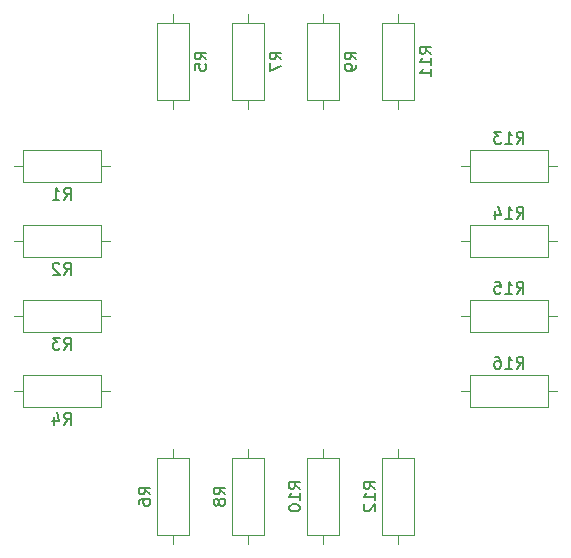
<source format=gbr>
%TF.GenerationSoftware,KiCad,Pcbnew,(5.1.6)-1*%
%TF.CreationDate,2020-10-17T14:01:34-04:00*%
%TF.ProjectId,KiCAD PCB,4b694341-4420-4504-9342-2e6b69636164,rev?*%
%TF.SameCoordinates,Original*%
%TF.FileFunction,Legend,Bot*%
%TF.FilePolarity,Positive*%
%FSLAX46Y46*%
G04 Gerber Fmt 4.6, Leading zero omitted, Abs format (unit mm)*
G04 Created by KiCad (PCBNEW (5.1.6)-1) date 2020-10-17 14:01:34*
%MOMM*%
%LPD*%
G01*
G04 APERTURE LIST*
%ADD10C,0.120000*%
%ADD11C,0.150000*%
G04 APERTURE END LIST*
D10*
%TO.C,R16*%
X140303000Y-95150000D02*
X140303000Y-97890000D01*
X140303000Y-97890000D02*
X133763000Y-97890000D01*
X133763000Y-97890000D02*
X133763000Y-95150000D01*
X133763000Y-95150000D02*
X140303000Y-95150000D01*
X141073000Y-96520000D02*
X140303000Y-96520000D01*
X132993000Y-96520000D02*
X133763000Y-96520000D01*
%TO.C,R15*%
X140303000Y-88800000D02*
X140303000Y-91540000D01*
X140303000Y-91540000D02*
X133763000Y-91540000D01*
X133763000Y-91540000D02*
X133763000Y-88800000D01*
X133763000Y-88800000D02*
X140303000Y-88800000D01*
X141073000Y-90170000D02*
X140303000Y-90170000D01*
X132993000Y-90170000D02*
X133763000Y-90170000D01*
%TO.C,R14*%
X140303000Y-82450000D02*
X140303000Y-85190000D01*
X140303000Y-85190000D02*
X133763000Y-85190000D01*
X133763000Y-85190000D02*
X133763000Y-82450000D01*
X133763000Y-82450000D02*
X140303000Y-82450000D01*
X141073000Y-83820000D02*
X140303000Y-83820000D01*
X132993000Y-83820000D02*
X133763000Y-83820000D01*
%TO.C,R13*%
X140303000Y-76100000D02*
X140303000Y-78840000D01*
X140303000Y-78840000D02*
X133763000Y-78840000D01*
X133763000Y-78840000D02*
X133763000Y-76100000D01*
X133763000Y-76100000D02*
X140303000Y-76100000D01*
X141073000Y-77470000D02*
X140303000Y-77470000D01*
X132993000Y-77470000D02*
X133763000Y-77470000D01*
%TO.C,R12*%
X126265000Y-102140000D02*
X129005000Y-102140000D01*
X129005000Y-102140000D02*
X129005000Y-108680000D01*
X129005000Y-108680000D02*
X126265000Y-108680000D01*
X126265000Y-108680000D02*
X126265000Y-102140000D01*
X127635000Y-101370000D02*
X127635000Y-102140000D01*
X127635000Y-109450000D02*
X127635000Y-108680000D01*
%TO.C,R11*%
X129005000Y-71850000D02*
X126265000Y-71850000D01*
X126265000Y-71850000D02*
X126265000Y-65310000D01*
X126265000Y-65310000D02*
X129005000Y-65310000D01*
X129005000Y-65310000D02*
X129005000Y-71850000D01*
X127635000Y-72620000D02*
X127635000Y-71850000D01*
X127635000Y-64540000D02*
X127635000Y-65310000D01*
%TO.C,R10*%
X119915000Y-102140000D02*
X122655000Y-102140000D01*
X122655000Y-102140000D02*
X122655000Y-108680000D01*
X122655000Y-108680000D02*
X119915000Y-108680000D01*
X119915000Y-108680000D02*
X119915000Y-102140000D01*
X121285000Y-101370000D02*
X121285000Y-102140000D01*
X121285000Y-109450000D02*
X121285000Y-108680000D01*
%TO.C,R9*%
X122655000Y-71850000D02*
X119915000Y-71850000D01*
X119915000Y-71850000D02*
X119915000Y-65310000D01*
X119915000Y-65310000D02*
X122655000Y-65310000D01*
X122655000Y-65310000D02*
X122655000Y-71850000D01*
X121285000Y-72620000D02*
X121285000Y-71850000D01*
X121285000Y-64540000D02*
X121285000Y-65310000D01*
%TO.C,R8*%
X113565000Y-102140000D02*
X116305000Y-102140000D01*
X116305000Y-102140000D02*
X116305000Y-108680000D01*
X116305000Y-108680000D02*
X113565000Y-108680000D01*
X113565000Y-108680000D02*
X113565000Y-102140000D01*
X114935000Y-101370000D02*
X114935000Y-102140000D01*
X114935000Y-109450000D02*
X114935000Y-108680000D01*
%TO.C,R7*%
X116305000Y-71850000D02*
X113565000Y-71850000D01*
X113565000Y-71850000D02*
X113565000Y-65310000D01*
X113565000Y-65310000D02*
X116305000Y-65310000D01*
X116305000Y-65310000D02*
X116305000Y-71850000D01*
X114935000Y-72620000D02*
X114935000Y-71850000D01*
X114935000Y-64540000D02*
X114935000Y-65310000D01*
%TO.C,R6*%
X107215000Y-102140000D02*
X109955000Y-102140000D01*
X109955000Y-102140000D02*
X109955000Y-108680000D01*
X109955000Y-108680000D02*
X107215000Y-108680000D01*
X107215000Y-108680000D02*
X107215000Y-102140000D01*
X108585000Y-101370000D02*
X108585000Y-102140000D01*
X108585000Y-109450000D02*
X108585000Y-108680000D01*
%TO.C,R5*%
X109955000Y-71850000D02*
X107215000Y-71850000D01*
X107215000Y-71850000D02*
X107215000Y-65310000D01*
X107215000Y-65310000D02*
X109955000Y-65310000D01*
X109955000Y-65310000D02*
X109955000Y-71850000D01*
X108585000Y-72620000D02*
X108585000Y-71850000D01*
X108585000Y-64540000D02*
X108585000Y-65310000D01*
%TO.C,R4*%
X95917000Y-97890000D02*
X95917000Y-95150000D01*
X95917000Y-95150000D02*
X102457000Y-95150000D01*
X102457000Y-95150000D02*
X102457000Y-97890000D01*
X102457000Y-97890000D02*
X95917000Y-97890000D01*
X95147000Y-96520000D02*
X95917000Y-96520000D01*
X103227000Y-96520000D02*
X102457000Y-96520000D01*
%TO.C,R3*%
X95917000Y-91540000D02*
X95917000Y-88800000D01*
X95917000Y-88800000D02*
X102457000Y-88800000D01*
X102457000Y-88800000D02*
X102457000Y-91540000D01*
X102457000Y-91540000D02*
X95917000Y-91540000D01*
X95147000Y-90170000D02*
X95917000Y-90170000D01*
X103227000Y-90170000D02*
X102457000Y-90170000D01*
%TO.C,R2*%
X95917000Y-85190000D02*
X95917000Y-82450000D01*
X95917000Y-82450000D02*
X102457000Y-82450000D01*
X102457000Y-82450000D02*
X102457000Y-85190000D01*
X102457000Y-85190000D02*
X95917000Y-85190000D01*
X95147000Y-83820000D02*
X95917000Y-83820000D01*
X103227000Y-83820000D02*
X102457000Y-83820000D01*
%TO.C,R1*%
X95917000Y-78840000D02*
X95917000Y-76100000D01*
X95917000Y-76100000D02*
X102457000Y-76100000D01*
X102457000Y-76100000D02*
X102457000Y-78840000D01*
X102457000Y-78840000D02*
X95917000Y-78840000D01*
X95147000Y-77470000D02*
X95917000Y-77470000D01*
X103227000Y-77470000D02*
X102457000Y-77470000D01*
%TO.C,R16*%
D11*
X137675857Y-94602380D02*
X138009190Y-94126190D01*
X138247285Y-94602380D02*
X138247285Y-93602380D01*
X137866333Y-93602380D01*
X137771095Y-93650000D01*
X137723476Y-93697619D01*
X137675857Y-93792857D01*
X137675857Y-93935714D01*
X137723476Y-94030952D01*
X137771095Y-94078571D01*
X137866333Y-94126190D01*
X138247285Y-94126190D01*
X136723476Y-94602380D02*
X137294904Y-94602380D01*
X137009190Y-94602380D02*
X137009190Y-93602380D01*
X137104428Y-93745238D01*
X137199666Y-93840476D01*
X137294904Y-93888095D01*
X135866333Y-93602380D02*
X136056809Y-93602380D01*
X136152047Y-93650000D01*
X136199666Y-93697619D01*
X136294904Y-93840476D01*
X136342523Y-94030952D01*
X136342523Y-94411904D01*
X136294904Y-94507142D01*
X136247285Y-94554761D01*
X136152047Y-94602380D01*
X135961571Y-94602380D01*
X135866333Y-94554761D01*
X135818714Y-94507142D01*
X135771095Y-94411904D01*
X135771095Y-94173809D01*
X135818714Y-94078571D01*
X135866333Y-94030952D01*
X135961571Y-93983333D01*
X136152047Y-93983333D01*
X136247285Y-94030952D01*
X136294904Y-94078571D01*
X136342523Y-94173809D01*
%TO.C,R15*%
X137675857Y-88252380D02*
X138009190Y-87776190D01*
X138247285Y-88252380D02*
X138247285Y-87252380D01*
X137866333Y-87252380D01*
X137771095Y-87300000D01*
X137723476Y-87347619D01*
X137675857Y-87442857D01*
X137675857Y-87585714D01*
X137723476Y-87680952D01*
X137771095Y-87728571D01*
X137866333Y-87776190D01*
X138247285Y-87776190D01*
X136723476Y-88252380D02*
X137294904Y-88252380D01*
X137009190Y-88252380D02*
X137009190Y-87252380D01*
X137104428Y-87395238D01*
X137199666Y-87490476D01*
X137294904Y-87538095D01*
X135818714Y-87252380D02*
X136294904Y-87252380D01*
X136342523Y-87728571D01*
X136294904Y-87680952D01*
X136199666Y-87633333D01*
X135961571Y-87633333D01*
X135866333Y-87680952D01*
X135818714Y-87728571D01*
X135771095Y-87823809D01*
X135771095Y-88061904D01*
X135818714Y-88157142D01*
X135866333Y-88204761D01*
X135961571Y-88252380D01*
X136199666Y-88252380D01*
X136294904Y-88204761D01*
X136342523Y-88157142D01*
%TO.C,R14*%
X137675857Y-81902380D02*
X138009190Y-81426190D01*
X138247285Y-81902380D02*
X138247285Y-80902380D01*
X137866333Y-80902380D01*
X137771095Y-80950000D01*
X137723476Y-80997619D01*
X137675857Y-81092857D01*
X137675857Y-81235714D01*
X137723476Y-81330952D01*
X137771095Y-81378571D01*
X137866333Y-81426190D01*
X138247285Y-81426190D01*
X136723476Y-81902380D02*
X137294904Y-81902380D01*
X137009190Y-81902380D02*
X137009190Y-80902380D01*
X137104428Y-81045238D01*
X137199666Y-81140476D01*
X137294904Y-81188095D01*
X135866333Y-81235714D02*
X135866333Y-81902380D01*
X136104428Y-80854761D02*
X136342523Y-81569047D01*
X135723476Y-81569047D01*
%TO.C,R13*%
X137675857Y-75552380D02*
X138009190Y-75076190D01*
X138247285Y-75552380D02*
X138247285Y-74552380D01*
X137866333Y-74552380D01*
X137771095Y-74600000D01*
X137723476Y-74647619D01*
X137675857Y-74742857D01*
X137675857Y-74885714D01*
X137723476Y-74980952D01*
X137771095Y-75028571D01*
X137866333Y-75076190D01*
X138247285Y-75076190D01*
X136723476Y-75552380D02*
X137294904Y-75552380D01*
X137009190Y-75552380D02*
X137009190Y-74552380D01*
X137104428Y-74695238D01*
X137199666Y-74790476D01*
X137294904Y-74838095D01*
X136390142Y-74552380D02*
X135771095Y-74552380D01*
X136104428Y-74933333D01*
X135961571Y-74933333D01*
X135866333Y-74980952D01*
X135818714Y-75028571D01*
X135771095Y-75123809D01*
X135771095Y-75361904D01*
X135818714Y-75457142D01*
X135866333Y-75504761D01*
X135961571Y-75552380D01*
X136247285Y-75552380D01*
X136342523Y-75504761D01*
X136390142Y-75457142D01*
%TO.C,R12*%
X125717380Y-104767142D02*
X125241190Y-104433809D01*
X125717380Y-104195714D02*
X124717380Y-104195714D01*
X124717380Y-104576666D01*
X124765000Y-104671904D01*
X124812619Y-104719523D01*
X124907857Y-104767142D01*
X125050714Y-104767142D01*
X125145952Y-104719523D01*
X125193571Y-104671904D01*
X125241190Y-104576666D01*
X125241190Y-104195714D01*
X125717380Y-105719523D02*
X125717380Y-105148095D01*
X125717380Y-105433809D02*
X124717380Y-105433809D01*
X124860238Y-105338571D01*
X124955476Y-105243333D01*
X125003095Y-105148095D01*
X124812619Y-106100476D02*
X124765000Y-106148095D01*
X124717380Y-106243333D01*
X124717380Y-106481428D01*
X124765000Y-106576666D01*
X124812619Y-106624285D01*
X124907857Y-106671904D01*
X125003095Y-106671904D01*
X125145952Y-106624285D01*
X125717380Y-106052857D01*
X125717380Y-106671904D01*
%TO.C,R11*%
X130457380Y-67937142D02*
X129981190Y-67603809D01*
X130457380Y-67365714D02*
X129457380Y-67365714D01*
X129457380Y-67746666D01*
X129505000Y-67841904D01*
X129552619Y-67889523D01*
X129647857Y-67937142D01*
X129790714Y-67937142D01*
X129885952Y-67889523D01*
X129933571Y-67841904D01*
X129981190Y-67746666D01*
X129981190Y-67365714D01*
X130457380Y-68889523D02*
X130457380Y-68318095D01*
X130457380Y-68603809D02*
X129457380Y-68603809D01*
X129600238Y-68508571D01*
X129695476Y-68413333D01*
X129743095Y-68318095D01*
X130457380Y-69841904D02*
X130457380Y-69270476D01*
X130457380Y-69556190D02*
X129457380Y-69556190D01*
X129600238Y-69460952D01*
X129695476Y-69365714D01*
X129743095Y-69270476D01*
%TO.C,R10*%
X119367380Y-104767142D02*
X118891190Y-104433809D01*
X119367380Y-104195714D02*
X118367380Y-104195714D01*
X118367380Y-104576666D01*
X118415000Y-104671904D01*
X118462619Y-104719523D01*
X118557857Y-104767142D01*
X118700714Y-104767142D01*
X118795952Y-104719523D01*
X118843571Y-104671904D01*
X118891190Y-104576666D01*
X118891190Y-104195714D01*
X119367380Y-105719523D02*
X119367380Y-105148095D01*
X119367380Y-105433809D02*
X118367380Y-105433809D01*
X118510238Y-105338571D01*
X118605476Y-105243333D01*
X118653095Y-105148095D01*
X118367380Y-106338571D02*
X118367380Y-106433809D01*
X118415000Y-106529047D01*
X118462619Y-106576666D01*
X118557857Y-106624285D01*
X118748333Y-106671904D01*
X118986428Y-106671904D01*
X119176904Y-106624285D01*
X119272142Y-106576666D01*
X119319761Y-106529047D01*
X119367380Y-106433809D01*
X119367380Y-106338571D01*
X119319761Y-106243333D01*
X119272142Y-106195714D01*
X119176904Y-106148095D01*
X118986428Y-106100476D01*
X118748333Y-106100476D01*
X118557857Y-106148095D01*
X118462619Y-106195714D01*
X118415000Y-106243333D01*
X118367380Y-106338571D01*
%TO.C,R9*%
X124107380Y-68413333D02*
X123631190Y-68080000D01*
X124107380Y-67841904D02*
X123107380Y-67841904D01*
X123107380Y-68222857D01*
X123155000Y-68318095D01*
X123202619Y-68365714D01*
X123297857Y-68413333D01*
X123440714Y-68413333D01*
X123535952Y-68365714D01*
X123583571Y-68318095D01*
X123631190Y-68222857D01*
X123631190Y-67841904D01*
X124107380Y-68889523D02*
X124107380Y-69080000D01*
X124059761Y-69175238D01*
X124012142Y-69222857D01*
X123869285Y-69318095D01*
X123678809Y-69365714D01*
X123297857Y-69365714D01*
X123202619Y-69318095D01*
X123155000Y-69270476D01*
X123107380Y-69175238D01*
X123107380Y-68984761D01*
X123155000Y-68889523D01*
X123202619Y-68841904D01*
X123297857Y-68794285D01*
X123535952Y-68794285D01*
X123631190Y-68841904D01*
X123678809Y-68889523D01*
X123726428Y-68984761D01*
X123726428Y-69175238D01*
X123678809Y-69270476D01*
X123631190Y-69318095D01*
X123535952Y-69365714D01*
%TO.C,R8*%
X113017380Y-105243333D02*
X112541190Y-104910000D01*
X113017380Y-104671904D02*
X112017380Y-104671904D01*
X112017380Y-105052857D01*
X112065000Y-105148095D01*
X112112619Y-105195714D01*
X112207857Y-105243333D01*
X112350714Y-105243333D01*
X112445952Y-105195714D01*
X112493571Y-105148095D01*
X112541190Y-105052857D01*
X112541190Y-104671904D01*
X112445952Y-105814761D02*
X112398333Y-105719523D01*
X112350714Y-105671904D01*
X112255476Y-105624285D01*
X112207857Y-105624285D01*
X112112619Y-105671904D01*
X112065000Y-105719523D01*
X112017380Y-105814761D01*
X112017380Y-106005238D01*
X112065000Y-106100476D01*
X112112619Y-106148095D01*
X112207857Y-106195714D01*
X112255476Y-106195714D01*
X112350714Y-106148095D01*
X112398333Y-106100476D01*
X112445952Y-106005238D01*
X112445952Y-105814761D01*
X112493571Y-105719523D01*
X112541190Y-105671904D01*
X112636428Y-105624285D01*
X112826904Y-105624285D01*
X112922142Y-105671904D01*
X112969761Y-105719523D01*
X113017380Y-105814761D01*
X113017380Y-106005238D01*
X112969761Y-106100476D01*
X112922142Y-106148095D01*
X112826904Y-106195714D01*
X112636428Y-106195714D01*
X112541190Y-106148095D01*
X112493571Y-106100476D01*
X112445952Y-106005238D01*
%TO.C,R7*%
X117757380Y-68413333D02*
X117281190Y-68080000D01*
X117757380Y-67841904D02*
X116757380Y-67841904D01*
X116757380Y-68222857D01*
X116805000Y-68318095D01*
X116852619Y-68365714D01*
X116947857Y-68413333D01*
X117090714Y-68413333D01*
X117185952Y-68365714D01*
X117233571Y-68318095D01*
X117281190Y-68222857D01*
X117281190Y-67841904D01*
X116757380Y-68746666D02*
X116757380Y-69413333D01*
X117757380Y-68984761D01*
%TO.C,R6*%
X106667380Y-105243333D02*
X106191190Y-104910000D01*
X106667380Y-104671904D02*
X105667380Y-104671904D01*
X105667380Y-105052857D01*
X105715000Y-105148095D01*
X105762619Y-105195714D01*
X105857857Y-105243333D01*
X106000714Y-105243333D01*
X106095952Y-105195714D01*
X106143571Y-105148095D01*
X106191190Y-105052857D01*
X106191190Y-104671904D01*
X105667380Y-106100476D02*
X105667380Y-105910000D01*
X105715000Y-105814761D01*
X105762619Y-105767142D01*
X105905476Y-105671904D01*
X106095952Y-105624285D01*
X106476904Y-105624285D01*
X106572142Y-105671904D01*
X106619761Y-105719523D01*
X106667380Y-105814761D01*
X106667380Y-106005238D01*
X106619761Y-106100476D01*
X106572142Y-106148095D01*
X106476904Y-106195714D01*
X106238809Y-106195714D01*
X106143571Y-106148095D01*
X106095952Y-106100476D01*
X106048333Y-106005238D01*
X106048333Y-105814761D01*
X106095952Y-105719523D01*
X106143571Y-105671904D01*
X106238809Y-105624285D01*
%TO.C,R5*%
X111407380Y-68413333D02*
X110931190Y-68080000D01*
X111407380Y-67841904D02*
X110407380Y-67841904D01*
X110407380Y-68222857D01*
X110455000Y-68318095D01*
X110502619Y-68365714D01*
X110597857Y-68413333D01*
X110740714Y-68413333D01*
X110835952Y-68365714D01*
X110883571Y-68318095D01*
X110931190Y-68222857D01*
X110931190Y-67841904D01*
X110407380Y-69318095D02*
X110407380Y-68841904D01*
X110883571Y-68794285D01*
X110835952Y-68841904D01*
X110788333Y-68937142D01*
X110788333Y-69175238D01*
X110835952Y-69270476D01*
X110883571Y-69318095D01*
X110978809Y-69365714D01*
X111216904Y-69365714D01*
X111312142Y-69318095D01*
X111359761Y-69270476D01*
X111407380Y-69175238D01*
X111407380Y-68937142D01*
X111359761Y-68841904D01*
X111312142Y-68794285D01*
%TO.C,R4*%
X99353666Y-99342380D02*
X99687000Y-98866190D01*
X99925095Y-99342380D02*
X99925095Y-98342380D01*
X99544142Y-98342380D01*
X99448904Y-98390000D01*
X99401285Y-98437619D01*
X99353666Y-98532857D01*
X99353666Y-98675714D01*
X99401285Y-98770952D01*
X99448904Y-98818571D01*
X99544142Y-98866190D01*
X99925095Y-98866190D01*
X98496523Y-98675714D02*
X98496523Y-99342380D01*
X98734619Y-98294761D02*
X98972714Y-99009047D01*
X98353666Y-99009047D01*
%TO.C,R3*%
X99353666Y-92992380D02*
X99687000Y-92516190D01*
X99925095Y-92992380D02*
X99925095Y-91992380D01*
X99544142Y-91992380D01*
X99448904Y-92040000D01*
X99401285Y-92087619D01*
X99353666Y-92182857D01*
X99353666Y-92325714D01*
X99401285Y-92420952D01*
X99448904Y-92468571D01*
X99544142Y-92516190D01*
X99925095Y-92516190D01*
X99020333Y-91992380D02*
X98401285Y-91992380D01*
X98734619Y-92373333D01*
X98591761Y-92373333D01*
X98496523Y-92420952D01*
X98448904Y-92468571D01*
X98401285Y-92563809D01*
X98401285Y-92801904D01*
X98448904Y-92897142D01*
X98496523Y-92944761D01*
X98591761Y-92992380D01*
X98877476Y-92992380D01*
X98972714Y-92944761D01*
X99020333Y-92897142D01*
%TO.C,R2*%
X99353666Y-86642380D02*
X99687000Y-86166190D01*
X99925095Y-86642380D02*
X99925095Y-85642380D01*
X99544142Y-85642380D01*
X99448904Y-85690000D01*
X99401285Y-85737619D01*
X99353666Y-85832857D01*
X99353666Y-85975714D01*
X99401285Y-86070952D01*
X99448904Y-86118571D01*
X99544142Y-86166190D01*
X99925095Y-86166190D01*
X98972714Y-85737619D02*
X98925095Y-85690000D01*
X98829857Y-85642380D01*
X98591761Y-85642380D01*
X98496523Y-85690000D01*
X98448904Y-85737619D01*
X98401285Y-85832857D01*
X98401285Y-85928095D01*
X98448904Y-86070952D01*
X99020333Y-86642380D01*
X98401285Y-86642380D01*
%TO.C,R1*%
X99353666Y-80292380D02*
X99687000Y-79816190D01*
X99925095Y-80292380D02*
X99925095Y-79292380D01*
X99544142Y-79292380D01*
X99448904Y-79340000D01*
X99401285Y-79387619D01*
X99353666Y-79482857D01*
X99353666Y-79625714D01*
X99401285Y-79720952D01*
X99448904Y-79768571D01*
X99544142Y-79816190D01*
X99925095Y-79816190D01*
X98401285Y-80292380D02*
X98972714Y-80292380D01*
X98687000Y-80292380D02*
X98687000Y-79292380D01*
X98782238Y-79435238D01*
X98877476Y-79530476D01*
X98972714Y-79578095D01*
%TD*%
M02*

</source>
